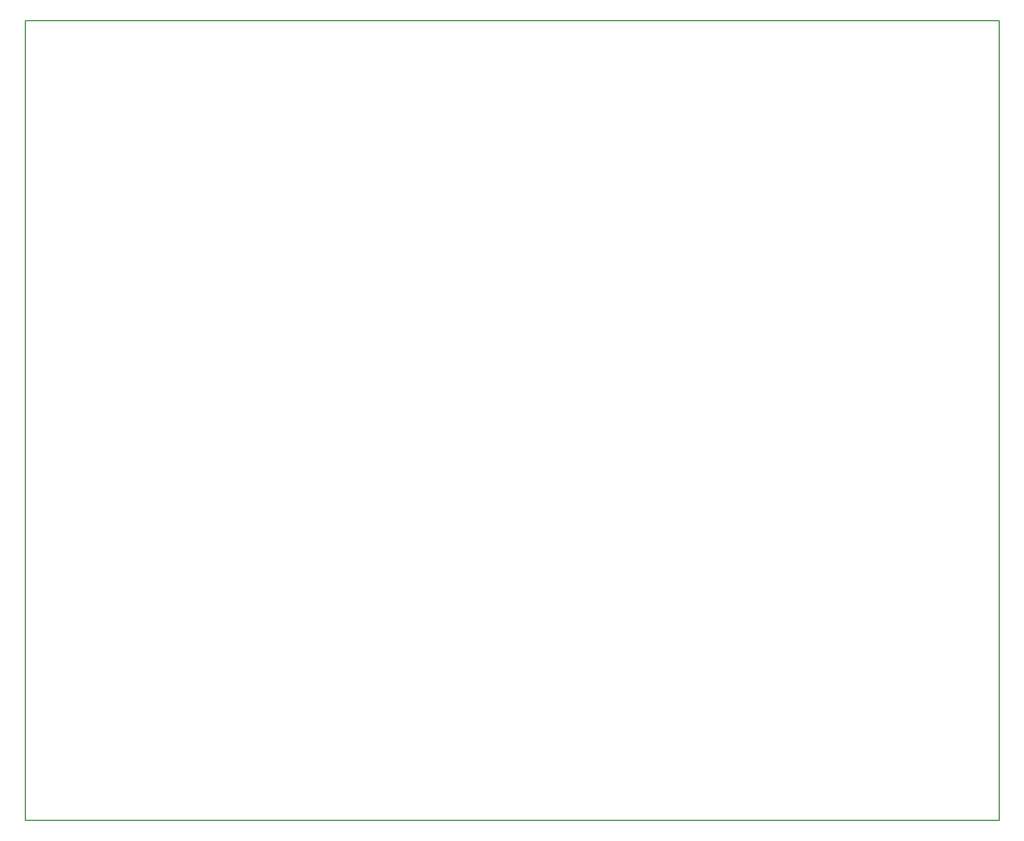
<source format=gm1>
G04 MADE WITH FRITZING*
G04 WWW.FRITZING.ORG*
G04 DOUBLE SIDED*
G04 HOLES PLATED*
G04 CONTOUR ON CENTER OF CONTOUR VECTOR*
%ASAXBY*%
%FSLAX23Y23*%
%MOIN*%
%OFA0B0*%
%SFA1.0B1.0*%
%ADD10R,5.511820X4.527570*%
%ADD11C,0.008000*%
%ADD10C,0.008*%
%LNCONTOUR*%
G90*
G70*
G54D10*
G54D11*
X4Y4524D02*
X5508Y4524D01*
X5508Y4D01*
X4Y4D01*
X4Y4524D01*
D02*
G04 End of contour*
M02*
</source>
